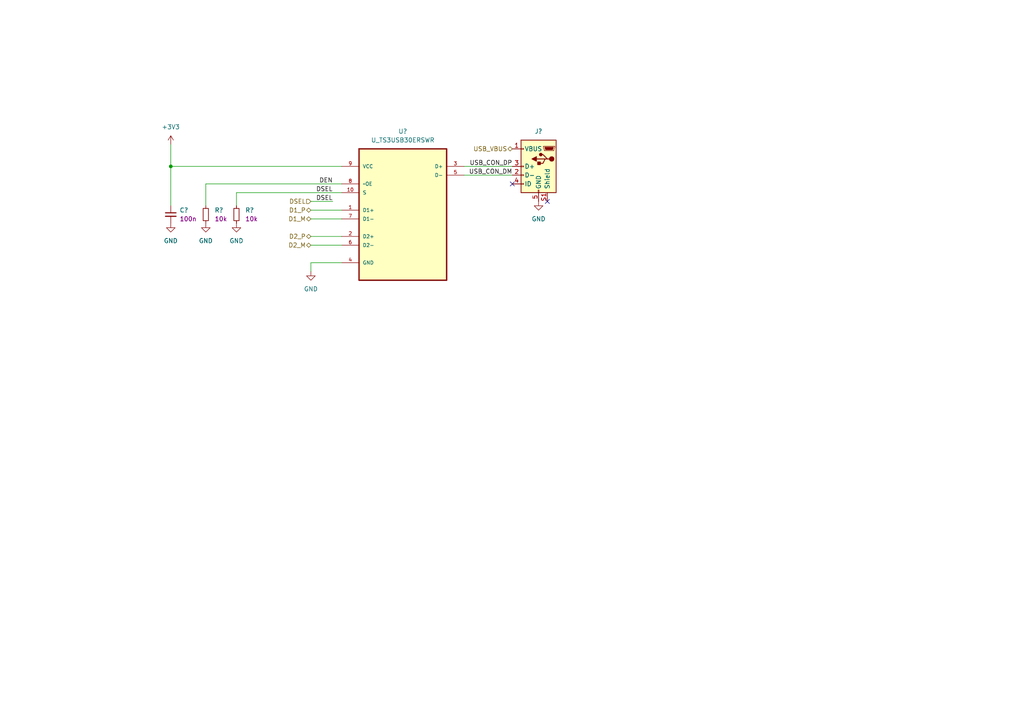
<source format=kicad_sch>
(kicad_sch (version 20211123) (generator eeschema)
  (paper "A4")
  (lib_symbols
    (symbol "BOM:C_0402_100n" (pin_numbers hide) (pin_names (offset 0.254) hide)
      (property "Reference" "C" (at 0.254 1.778 0))
      (property "Capicatance" "100n" (at 3.81 -2.54 0))
      (symbol "C_0402_100n_0_1"
        (polyline (pts (xy -1.524 -0.508) (xy 1.524 -0.508)) (stroke (width 0.3302)))
        (polyline (pts (xy -1.524 0.508) (xy 1.524 0.508)) (stroke (width 0.3048)))
      )
      (symbol "C_0402_100n_1_1"
        (pin passive line (at 0 2.54 270) (length 2.032) (name "~") (number "1"))
        (pin passive line (at 0 -2.54 90) (length 2.032) (name "~") (number "2"))
      )
    )
    (symbol "BOM:R_0402_10k" (pin_numbers hide) (pin_names (offset 0.254) hide)
      (property "Reference" "R" (at 0.762 0.508 0))
      (property "Resistance" "10k" (at 3.81 -1.27 0))
      (symbol "R_0402_10k_0_1"
        (rectangle (start -0.762 1.778) (end 0.762 -1.778) (stroke (width 0.2032)))
      )
      (symbol "R_0402_10k_1_1"
        (pin passive line (at 0 2.54 270) (length 0.762) (name "~") (number "1"))
        (pin passive line (at 0 -2.54 90) (length 0.762) (name "~") (number "2"))
      )
    )
    (symbol "BOM:U_TS3USB30ERSWR" (pin_names (offset 1.016))
      (property "Reference" "U" (at -5.039 17.6619 0))
      (property "Value" "U_TS3USB30ERSWR" (at -4.757 -27.2704 0))
      (symbol "U_TS3USB30ERSWR_0_0"
        (rectangle (start -12.7 -22.86) (end 12.7 15.24) (stroke (width 0.4064)) (fill (type background)))
        (pin bidirectional line (at -17.78 -2.54 0) (length 5.08) (name "D1+") (number "1"))
        (pin input line (at -17.78 2.54 0) (length 5.08) (name "S") (number "10"))
        (pin bidirectional line (at -17.78 -10.16 0) (length 5.08) (name "D2+") (number "2"))
        (pin bidirectional line (at 17.78 10.16 180) (length 5.08) (name "D+") (number "3"))
        (pin passive line (at -17.78 -17.78 0) (length 5.08) (name "GND") (number "4"))
        (pin bidirectional line (at 17.78 7.62 180) (length 5.08) (name "D-") (number "5"))
        (pin bidirectional line (at -17.78 -12.7 0) (length 5.08) (name "D2-") (number "6"))
        (pin bidirectional line (at -17.78 -5.08 0) (length 5.08) (name "D1-") (number "7"))
        (pin input line (at -17.78 5.08 0) (length 5.08) (name "~OE") (number "8"))
        (pin power_in line (at -17.78 10.16 0) (length 5.08) (name "VCC") (number "9"))
      )
    )
    (symbol "bom:J_USB_B_Mini" (pin_names (offset 1.016))
      (property "Reference" "J" (at -5.08 11.43 0))
      (symbol "J_USB_B_Mini_0_0"
        (pin passive line (at -2.54 -10.16 90) (length 2.54) hide (name "Shield") (number "S2"))
        (pin passive line (at -2.54 -10.16 90) (length 2.54) hide (name "Shield") (number "S3"))
        (pin passive line (at -2.54 -10.16 90) (length 2.54) hide (name "Shield") (number "S4"))
      )
      (symbol "J_USB_B_Mini_0_1"
        (rectangle (start -5.08 -7.62) (end 5.08 7.62) (stroke (width 0.254)) (fill (type background)))
        (circle (center -3.81 2.159) (radius 0.635) (stroke (width 0.254)) (fill (type outline)))
        (circle (center -0.635 3.429) (radius 0.381) (stroke (width 0.254)) (fill (type outline)))
        (rectangle (start -0.127 -7.62) (end 0.127 -6.858))
        (polyline (pts (xy -1.905 2.159) (xy 0.635 2.159)) (stroke (width 0.254)))
        (polyline (pts (xy -3.175 2.159) (xy -2.54 2.159) (xy -1.27 3.429) (xy -0.635 3.429)) (stroke (width 0.254)))
        (polyline (pts (xy -2.54 2.159) (xy -1.905 2.159) (xy -1.27 0.889) (xy 0 0.889)) (stroke (width 0.254)))
        (polyline (pts (xy 0.635 2.794) (xy 0.635 1.524) (xy 1.905 2.159) (xy 0.635 2.794)) (stroke (width 0.254)) (fill (type outline)))
        (polyline (pts (xy -4.318 5.588) (xy -1.778 5.588) (xy -2.032 4.826) (xy -4.064 4.826) (xy -4.318 5.588)) (fill (type outline)))
        (polyline (pts (xy -4.699 5.842) (xy -4.699 5.588) (xy -4.445 4.826) (xy -4.445 4.572) (xy -1.651 4.572) (xy -1.651 4.826) (xy -1.397 5.588) (xy -1.397 5.842) (xy -4.699 5.842)))
        (rectangle (start 0.254 1.27) (end -0.508 0.508) (stroke (width 0.254)) (fill (type outline)))
        (rectangle (start 5.08 -5.207) (end 4.318 -4.953))
        (rectangle (start 5.08 -2.667) (end 4.318 -2.413))
        (rectangle (start 5.08 -0.127) (end 4.318 0.127))
        (rectangle (start 5.08 4.953) (end 4.318 5.207))
      )
      (symbol "J_USB_B_Mini_1_1"
        (pin power_out line (at 7.62 5.08 180) (length 2.54) (name "VBUS") (number "1"))
        (pin bidirectional line (at 7.62 -2.54 180) (length 2.54) (name "D-") (number "2"))
        (pin bidirectional line (at 7.62 0 180) (length 2.54) (name "D+") (number "3"))
        (pin passive line (at 7.62 -5.08 180) (length 2.54) (name "ID") (number "4"))
        (pin power_out line (at 0 -10.16 90) (length 2.54) (name "GND") (number "5"))
        (pin passive line (at -2.54 -10.16 90) (length 2.54) (name "Shield") (number "S1"))
      )
    )
    (symbol "power:+3V3" (power) (pin_names (offset 0))
      (property "Value" "+3V3" (at 0 3.556 0))
      (symbol "+3V3_0_1"
        (polyline (pts (xy -0.762 1.27) (xy 0 2.54)))
        (polyline (pts (xy 0 0) (xy 0 2.54)))
        (polyline (pts (xy 0 2.54) (xy 0.762 1.27)))
      )
      (symbol "+3V3_1_1"
        (pin power_in line (at 0 0 90) (length 0) hide (name "+3V3") (number "1"))
      )
    )
    (symbol "power:GND" (power) (pin_names (offset 0))
      (property "Value" "GND" (at 0 -3.81 0))
      (symbol "GND_0_1"
        (polyline (pts (xy 0 0) (xy 0 -1.27) (xy 1.27 -1.27) (xy 0 -2.54) (xy -1.27 -1.27) (xy 0 -1.27)))
      )
      (symbol "GND_1_1"
        (pin power_in line (at 0 0 270) (length 0) hide (name "GND") (number "1"))
      )
    )
  )
  (junction (at 49.53 48.26))
  (no_connect (at 158.75 58.42))
  (no_connect (at 148.59 53.34))
  (wire (pts (xy 99.06 53.34) (xy 59.69 53.34)))
  (wire (pts (xy 90.17 60.96) (xy 99.06 60.96)))
  (wire (pts (xy 90.17 63.5) (xy 99.06 63.5)))
  (wire (pts (xy 68.58 55.88) (xy 99.06 55.88)))
  (wire (pts (xy 90.17 78.74) (xy 90.17 76.2)))
  (wire (pts (xy 134.62 48.26) (xy 148.59 48.26)))
  (wire (pts (xy 90.17 58.42) (xy 96.52 58.42)))
  (wire (pts (xy 134.62 50.8) (xy 148.59 50.8)))
  (wire (pts (xy 68.58 59.69) (xy 68.58 55.88)))
  (wire (pts (xy 49.53 48.26) (xy 99.06 48.26)))
  (wire (pts (xy 49.53 41.91) (xy 49.53 48.26)))
  (wire (pts (xy 90.17 68.58) (xy 99.06 68.58)))
  (wire (pts (xy 90.17 76.2) (xy 99.06 76.2)))
  (wire (pts (xy 90.17 71.12) (xy 99.06 71.12)))
  (wire (pts (xy 49.53 48.26) (xy 49.53 59.69)))
  (wire (pts (xy 59.69 53.34) (xy 59.69 59.69)))
  (label "USB_CON_DP" (at 148.59 48.26 180))
  (label "DEN" (at 96.52 53.34 180))
  (label "DSEL" (at 96.52 58.42 180))
  (label "DSEL" (at 96.52 55.88 180))
  (label "USB_CON_DM" (at 148.59 50.8 180))
  (hierarchical_label "D2_P" (shape bidirectional) (at 90.17 68.58 180))
  (hierarchical_label "D1_P" (shape bidirectional) (at 90.17 60.96 180))
  (hierarchical_label "D2_M" (shape bidirectional) (at 90.17 71.12 180))
  (hierarchical_label "USB_VBUS" (shape bidirectional) (at 148.59 43.18 180))
  (hierarchical_label "D1_M" (shape bidirectional) (at 90.17 63.5 180))
  (hierarchical_label "DSEL" (shape input) (at 90.17 58.42 180))
  (symbol (lib_id "power:GND") (at 49.53 64.77 0) (unit 1)
    (property "Reference" "#PWR?" (effects hide))
    (property "Value" "GND" (at 49.53 69.85 0))
  )
  (symbol (lib_id "power:+3V3") (at 49.53 41.91 0) (unit 1)
    (property "Reference" "#PWR?" (effects hide))
    (property "Value" "+3V3" (at 49.53 36.83 0))
  )
  (symbol (lib_id "BOM:U_TS3USB30ERSWR") (at 116.84 58.42 0) (unit 1)
    (property "Reference" "U?" (at 116.84 38.1 0))
    (property "Value" "U_TS3USB30ERSWR" (at 116.84 40.64 0))
    (property "Footprint" "BOM:QFN40P140X180X55-10N" (effects hide))
    (property "Datasheet" "https://www.ti.com/lit/ds/symlink/ts3usb30e.pdf?ts=1672924789185&ref_url=https%253A%252F%252Fwww.google.com%252F" (effects hide))
    (property "MPN" "TS3USB30ERSWR" (effects hide))
    (property "LCSC" "C73880" (effects hide))
  )
  (symbol (lib_id "power:GND") (at 90.17 78.74 0) (unit 1)
    (property "Reference" "#PWR?" (effects hide))
    (property "Value" "GND" (at 90.17 83.82 0))
  )
  (symbol (lib_id "power:GND") (at 156.21 58.42 0) (unit 1)
    (property "Reference" "#PWR?" (effects hide))
    (property "Value" "GND" (at 156.21 63.5 0))
  )
  (symbol (lib_id "BOM:C_0402_100n") (at 49.53 62.23 0) (unit 1)
    (property "Reference" "C?" (at 52.07 60.9662 0) (effects (justify left)))
    (property "Value" "C_0402_100n" (effects hide))
    (property "Footprint" "Capacitor_SMD:C_0402_1005Metric" (effects hide))
    (property "Capicatance" "100n" (at 52.07 63.5062 0) (effects (justify left)))
  )
  (symbol (lib_id "power:GND") (at 59.69 64.77 0) (unit 1)
    (property "Reference" "#PWR?" (effects hide))
    (property "Value" "GND" (at 59.69 69.85 0))
  )
  (symbol (lib_id "BOM:R_0402_10k") (at 68.58 62.23 0) (unit 1)
    (property "Reference" "R?" (at 71.12 60.9599 0) (effects (justify left)))
    (property "Value" "R_0402_10k" (effects hide))
    (property "Footprint" "Resistor_SMD:R_0402_1005Metric" (effects hide))
    (property "Resistance" "10k" (at 71.12 63.4999 0) (effects (justify left)))
  )
  (symbol (lib_id "BOM:R_0402_10k") (at 59.69 62.23 0) (unit 1)
    (property "Reference" "R?" (at 62.23 60.9599 0) (effects (justify left)))
    (property "Value" "R_0402_10k" (effects hide))
    (property "Footprint" "Resistor_SMD:R_0402_1005Metric" (effects hide))
    (property "Resistance" "10k" (at 62.23 63.4999 0) (effects (justify left)))
  )
  (symbol (lib_id "power:GND") (at 68.58 64.77 0) (unit 1)
    (property "Reference" "#PWR?" (effects hide))
    (property "Value" "GND" (at 68.58 69.85 0))
  )
  (symbol (lib_id "bom:J_USB_B_Mini") (at 156.21 48.26 0) (mirror y) (unit 1)
    (property "Reference" "J?" (at 156.21 38.1 0))
    (property "Value" "J_USB_B_Mini" (effects hide))
    (property "Footprint" "BOM:EDAC_690-005-299-043" (effects hide))
    (property "Datasheet" "http://files.edac.net/edac/content/1/690-005-299-043.pdf" (effects hide))
    (property "Digikey" "151-1206-1-ND" (effects hide))
    (property "MPN" "690-005-299-043" (effects hide))
    (property "LCSC" "C3039330" (effects hide))
  )
)
</source>
